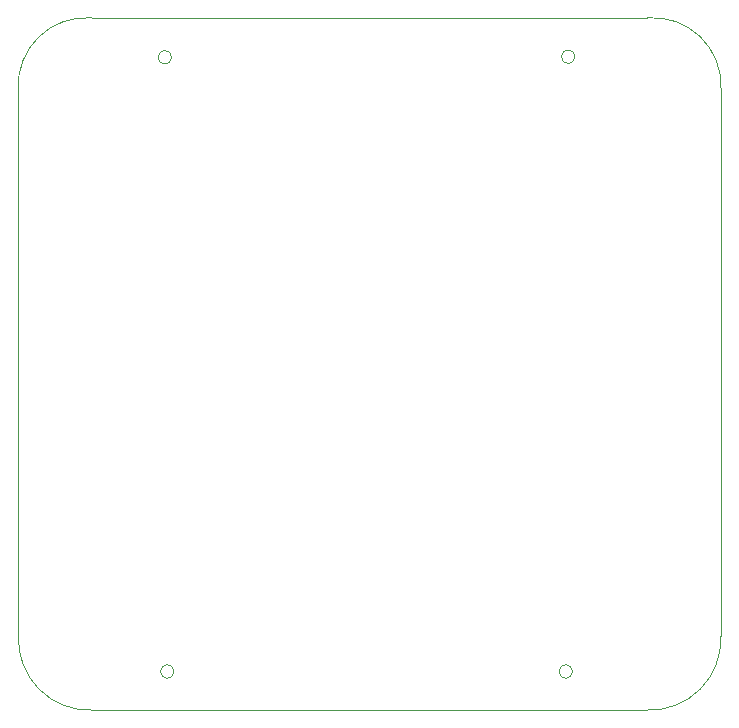
<source format=gbr>
%TF.GenerationSoftware,KiCad,Pcbnew,7.0.5*%
%TF.CreationDate,2023-07-30T01:34:42+05:30*%
%TF.ProjectId,STM32F4_test1,53544d33-3246-4345-9f74-657374312e6b,rev?*%
%TF.SameCoordinates,Original*%
%TF.FileFunction,Profile,NP*%
%FSLAX46Y46*%
G04 Gerber Fmt 4.6, Leading zero omitted, Abs format (unit mm)*
G04 Created by KiCad (PCBNEW 7.0.5) date 2023-07-30 01:34:42*
%MOMM*%
%LPD*%
G01*
G04 APERTURE LIST*
%TA.AperFunction,Profile*%
%ADD10C,0.100000*%
%TD*%
G04 APERTURE END LIST*
D10*
X156426000Y-132000000D02*
G75*
G03*
X156426000Y-132000000I-576000J0D01*
G01*
X122676000Y-132000000D02*
G75*
G03*
X122676000Y-132000000I-576000J0D01*
G01*
X156626000Y-79950000D02*
G75*
G03*
X156626000Y-79950000I-576000J0D01*
G01*
X122476000Y-80000000D02*
G75*
G03*
X122476000Y-80000000I-576000J0D01*
G01*
X115750528Y-76660332D02*
G75*
G03*
X109485365Y-82684852I-500028J-5749968D01*
G01*
X115750529Y-76660320D02*
X162728301Y-76660320D01*
X109485364Y-82684852D02*
X109510507Y-128980671D01*
X168993444Y-82684851D02*
G75*
G03*
X162728301Y-76660320I-5765144J274551D01*
G01*
X115758916Y-135266310D02*
X162719914Y-135266310D01*
X168968323Y-128980671D02*
X168993466Y-82684852D01*
X109510481Y-128980670D02*
G75*
G03*
X115758916Y-135266309I5998419J-285630D01*
G01*
X162719914Y-135266314D02*
G75*
G03*
X168968322Y-128980671I249986J6000014D01*
G01*
M02*

</source>
